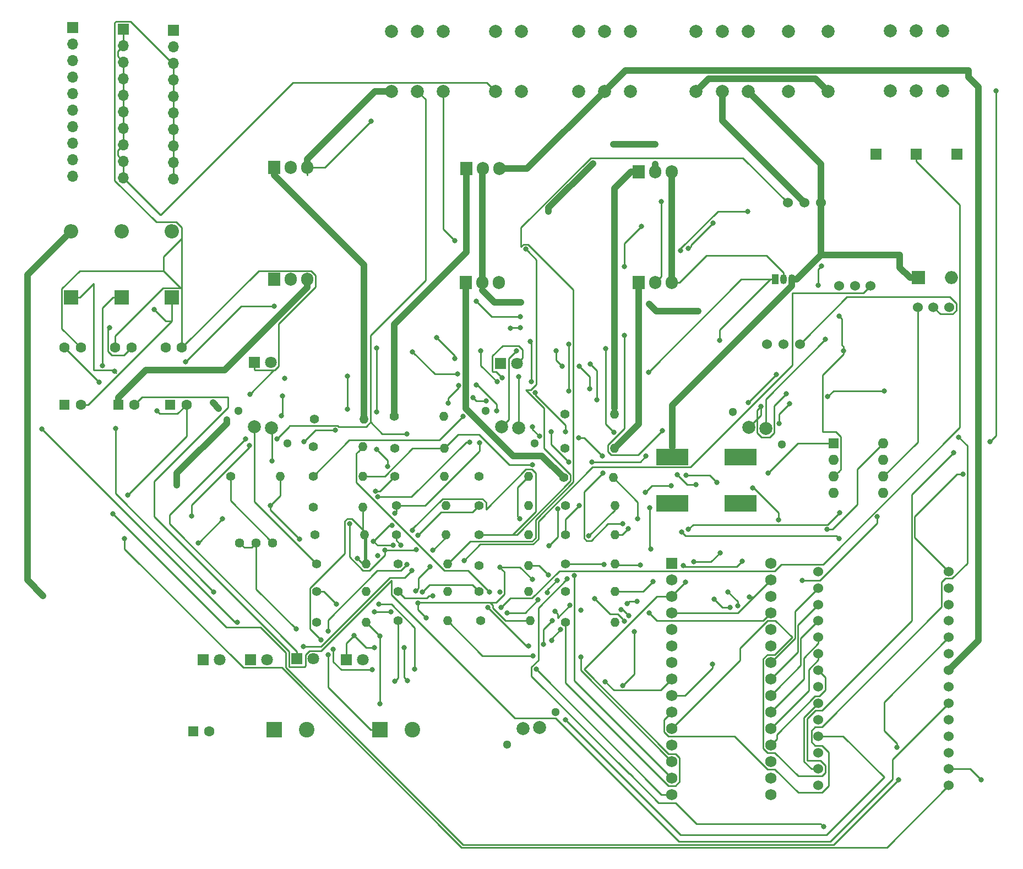
<source format=gbr>
G04 #@! TF.GenerationSoftware,KiCad,Pcbnew,5.1.5-52549c5~84~ubuntu19.04.1*
G04 #@! TF.CreationDate,2020-02-13T11:45:51+01:00*
G04 #@! TF.ProjectId,laborBerlin,6c61626f-7242-4657-926c-696e2e6b6963,rev?*
G04 #@! TF.SameCoordinates,Original*
G04 #@! TF.FileFunction,Copper,L1,Top*
G04 #@! TF.FilePolarity,Positive*
%FSLAX46Y46*%
G04 Gerber Fmt 4.6, Leading zero omitted, Abs format (unit mm)*
G04 Created by KiCad (PCBNEW 5.1.5-52549c5~84~ubuntu19.04.1) date 2020-02-13 11:45:51*
%MOMM*%
%LPD*%
G04 APERTURE LIST*
%ADD10R,1.700000X1.700000*%
%ADD11R,1.727200X1.727200*%
%ADD12C,1.727200*%
%ADD13C,1.300000*%
%ADD14C,2.000000*%
%ADD15O,1.600000X1.600000*%
%ADD16R,1.600000X1.600000*%
%ADD17R,1.050000X1.500000*%
%ADD18O,1.050000X1.500000*%
%ADD19C,1.524000*%
%ADD20C,1.440000*%
%ADD21O,1.400000X1.400000*%
%ADD22C,1.400000*%
%ADD23O,1.905000X2.000000*%
%ADD24R,1.905000X2.000000*%
%ADD25R,5.000000X2.500000*%
%ADD26O,1.700000X1.700000*%
%ADD27C,1.800000*%
%ADD28R,1.800000X1.800000*%
%ADD29O,2.200000X2.200000*%
%ADD30R,2.200000X2.200000*%
%ADD31O,2.000000X2.000000*%
%ADD32R,2.000000X2.000000*%
%ADD33C,2.400000*%
%ADD34R,2.400000X2.400000*%
%ADD35C,1.600000*%
%ADD36C,0.800000*%
%ADD37C,0.250000*%
%ADD38C,1.000000*%
G04 APERTURE END LIST*
D10*
X205200000Y-37500000D03*
X198975000Y-37500000D03*
X192750000Y-37500000D03*
D11*
X161380000Y-100380000D03*
D12*
X161380000Y-102920000D03*
X161380000Y-105460000D03*
X161380000Y-108000000D03*
X161380000Y-110540000D03*
X161380000Y-113080000D03*
X161380000Y-115620000D03*
X161380000Y-118160000D03*
X161380000Y-120700000D03*
X161380000Y-123240000D03*
X161380000Y-125780000D03*
X161380000Y-128320000D03*
X161380000Y-130860000D03*
X161380000Y-133400000D03*
X161380000Y-135940000D03*
X176620000Y-135940000D03*
X176620000Y-133400000D03*
X176620000Y-130860000D03*
X176620000Y-128320000D03*
X176620000Y-125780000D03*
X176620000Y-123240000D03*
X176620000Y-120700000D03*
X176620000Y-118160000D03*
X176620000Y-115620000D03*
X176620000Y-113080000D03*
X176620000Y-110540000D03*
X176620000Y-108000000D03*
X176620000Y-105460000D03*
X176620000Y-102920000D03*
X176620000Y-100380000D03*
D13*
X136000000Y-128250000D03*
X143500000Y-123250000D03*
D14*
X138450000Y-125850000D03*
X141050000Y-125650000D03*
D13*
X178250000Y-82100000D03*
X170750000Y-77100000D03*
D14*
X175800000Y-79700000D03*
X173200000Y-79500000D03*
D13*
X140250000Y-82000000D03*
X132750000Y-77000000D03*
D14*
X137800000Y-79600000D03*
X135200000Y-79400000D03*
X169100000Y-27850000D03*
X169100000Y-18650000D03*
X165100000Y-27850000D03*
X173100000Y-27850000D03*
X165100000Y-18650000D03*
X173100000Y-18650000D03*
D13*
X102250000Y-82000000D03*
X94750000Y-77000000D03*
D14*
X99800000Y-79600000D03*
X97200000Y-79400000D03*
X151000000Y-27850000D03*
X151000000Y-18650000D03*
X147000000Y-27850000D03*
X155000000Y-27850000D03*
X147000000Y-18650000D03*
X155000000Y-18650000D03*
D15*
X193870000Y-82000000D03*
X186250000Y-89620000D03*
X193870000Y-84540000D03*
X186250000Y-87080000D03*
X193870000Y-87080000D03*
X186250000Y-84540000D03*
X193870000Y-89620000D03*
D16*
X186250000Y-82000000D03*
D17*
X177250000Y-56750000D03*
D18*
X179790000Y-56750000D03*
X178520000Y-56750000D03*
D14*
X122250000Y-27850000D03*
X122250000Y-18650000D03*
X118250000Y-27850000D03*
X126250000Y-27850000D03*
X118250000Y-18650000D03*
X126250000Y-18650000D03*
X134250000Y-27850000D03*
X138250000Y-27850000D03*
X134250000Y-18650000D03*
X138250000Y-18650000D03*
X198975000Y-27750000D03*
X198975000Y-18550000D03*
X194975000Y-27750000D03*
X202975000Y-27750000D03*
X194975000Y-18550000D03*
X202975000Y-18550000D03*
D19*
X203950000Y-116860000D03*
X203950000Y-106730000D03*
X203950000Y-132040000D03*
X203950000Y-119390000D03*
X203950000Y-101650000D03*
X203950000Y-109240000D03*
X203950000Y-129540000D03*
X203950000Y-114320000D03*
X203950000Y-121930000D03*
X203950000Y-104190000D03*
X203950000Y-134580000D03*
X203950000Y-111780000D03*
X203950000Y-127010000D03*
X203950000Y-124470000D03*
X183900000Y-134580000D03*
X183900000Y-132040000D03*
X183900000Y-129540000D03*
X183900000Y-127010000D03*
X183900000Y-124470000D03*
X183900000Y-121930000D03*
X183900000Y-119390000D03*
X183900000Y-116860000D03*
X183900000Y-114320000D03*
X183900000Y-111780000D03*
X183900000Y-109240000D03*
X183900000Y-104190000D03*
X183900000Y-101650000D03*
X183900000Y-106730000D03*
D20*
X94920000Y-97250000D03*
X97460000Y-97250000D03*
X100000000Y-97250000D03*
D21*
X139370000Y-96000000D03*
D22*
X131750000Y-96000000D03*
D21*
X126370000Y-82750000D03*
D22*
X118750000Y-82750000D03*
D21*
X139620000Y-109250000D03*
D22*
X132000000Y-109250000D03*
D21*
X126370000Y-87000000D03*
D22*
X118750000Y-87000000D03*
D21*
X114370000Y-104750000D03*
D22*
X106750000Y-104750000D03*
D21*
X101120000Y-87000000D03*
D22*
X93500000Y-87000000D03*
D21*
X126620000Y-96000000D03*
D22*
X119000000Y-96000000D03*
D21*
X126620000Y-91500000D03*
D22*
X119000000Y-91500000D03*
D21*
X152620000Y-104750000D03*
D22*
X145000000Y-104750000D03*
D21*
X139370000Y-100750000D03*
D22*
X131750000Y-100750000D03*
D21*
X139370000Y-104750000D03*
D22*
X131750000Y-104750000D03*
D21*
X152620000Y-100500000D03*
D22*
X145000000Y-100500000D03*
D21*
X139370000Y-91500000D03*
D22*
X131750000Y-91500000D03*
D21*
X152620000Y-96000000D03*
D22*
X145000000Y-96000000D03*
D21*
X152620000Y-109500000D03*
D22*
X145000000Y-109500000D03*
D21*
X126870000Y-104750000D03*
D22*
X119250000Y-104750000D03*
D21*
X152620000Y-91500000D03*
D22*
X145000000Y-91500000D03*
D21*
X113870000Y-91750000D03*
D22*
X106250000Y-91750000D03*
D21*
X113870000Y-87000000D03*
D22*
X106250000Y-87000000D03*
D21*
X152370000Y-87250000D03*
D22*
X144750000Y-87250000D03*
D21*
X126870000Y-100500000D03*
D22*
X119250000Y-100500000D03*
D21*
X126320000Y-77800000D03*
D22*
X118700000Y-77800000D03*
D21*
X139370000Y-87000000D03*
D22*
X131750000Y-87000000D03*
D21*
X126870000Y-109250000D03*
D22*
X119250000Y-109250000D03*
D21*
X152520000Y-82700000D03*
D22*
X144900000Y-82700000D03*
D21*
X113870000Y-82500000D03*
D22*
X106250000Y-82500000D03*
D21*
X114370000Y-100500000D03*
D22*
X106750000Y-100500000D03*
D21*
X114120000Y-96000000D03*
D22*
X106500000Y-96000000D03*
D21*
X114020000Y-78200000D03*
D22*
X106400000Y-78200000D03*
D21*
X114370000Y-109500000D03*
D22*
X106750000Y-109500000D03*
D21*
X152520000Y-77500000D03*
D22*
X144900000Y-77500000D03*
D19*
X191900000Y-57750000D03*
X189500000Y-57750000D03*
X187100000Y-57750000D03*
X204000000Y-61006000D03*
X199200000Y-61006000D03*
X201600000Y-61032000D03*
D23*
X134780000Y-57200000D03*
X132240000Y-57200000D03*
D24*
X129700000Y-57200000D03*
D23*
X134830000Y-39750000D03*
X132290000Y-39750000D03*
D24*
X129750000Y-39750000D03*
D23*
X105330000Y-56750000D03*
X102790000Y-56750000D03*
D24*
X100250000Y-56750000D03*
D23*
X161330000Y-57250000D03*
X158790000Y-57250000D03*
D24*
X156250000Y-57250000D03*
D23*
X105330000Y-39500000D03*
X102790000Y-39500000D03*
D24*
X100250000Y-39500000D03*
D23*
X161330000Y-40250000D03*
X158790000Y-40250000D03*
D24*
X156250000Y-40250000D03*
D19*
X184290000Y-45000000D03*
X181750000Y-45000000D03*
X179210000Y-45000000D03*
D25*
X171950000Y-84050000D03*
X161450000Y-91150000D03*
X161450000Y-84050000D03*
X171950000Y-91150000D03*
D26*
X84750000Y-41360000D03*
X84750000Y-38820000D03*
X84750000Y-36280000D03*
X84750000Y-33740000D03*
X84750000Y-31200000D03*
X84750000Y-28660000D03*
X84750000Y-26120000D03*
X84750000Y-23580000D03*
X84750000Y-21040000D03*
D10*
X84750000Y-18500000D03*
D26*
X77000000Y-41110000D03*
X77000000Y-38570000D03*
X77000000Y-36030000D03*
X77000000Y-33490000D03*
X77000000Y-30950000D03*
X77000000Y-28410000D03*
X77000000Y-25870000D03*
X77000000Y-23330000D03*
X77000000Y-20790000D03*
D10*
X77000000Y-18250000D03*
D26*
X69250000Y-40860000D03*
X69250000Y-38320000D03*
X69250000Y-35780000D03*
X69250000Y-33240000D03*
X69250000Y-30700000D03*
X69250000Y-28160000D03*
X69250000Y-25620000D03*
X69250000Y-23080000D03*
X69250000Y-20540000D03*
D10*
X69250000Y-18000000D03*
D14*
X179325000Y-18650000D03*
X179325000Y-27850000D03*
X185400000Y-18650000D03*
X185400000Y-27850000D03*
D19*
X181040000Y-66706000D03*
X175960000Y-66706000D03*
X178500000Y-66732000D03*
D27*
X91840000Y-115200000D03*
D28*
X89300000Y-115200000D03*
D27*
X113840000Y-115200000D03*
D28*
X111300000Y-115200000D03*
D27*
X106240000Y-115100000D03*
D28*
X103700000Y-115100000D03*
D27*
X99140000Y-115200000D03*
D28*
X96600000Y-115200000D03*
D29*
X76750000Y-49340000D03*
D30*
X76750000Y-59500000D03*
D29*
X84500000Y-49340000D03*
D30*
X84500000Y-59500000D03*
D31*
X204330000Y-56500000D03*
D32*
X199250000Y-56500000D03*
D29*
X69000000Y-49340000D03*
D30*
X69000000Y-59500000D03*
D27*
X137540000Y-69700000D03*
D28*
X135000000Y-69700000D03*
D27*
X99700000Y-69500000D03*
D28*
X97160000Y-69500000D03*
D33*
X121500000Y-126000000D03*
D34*
X116500000Y-126000000D03*
D35*
X86000000Y-67250000D03*
X83500000Y-67250000D03*
D33*
X105250000Y-126000000D03*
D34*
X100250000Y-126000000D03*
D35*
X70500000Y-67250000D03*
X68000000Y-67250000D03*
X70500000Y-76000000D03*
D16*
X68000000Y-76000000D03*
D35*
X86750000Y-76000000D03*
D16*
X84250000Y-76000000D03*
D35*
X78750000Y-76000000D03*
D16*
X76250000Y-76000000D03*
D35*
X90250000Y-126250000D03*
D16*
X87750000Y-126250000D03*
D35*
X78250000Y-67250000D03*
X75750000Y-67250000D03*
D36*
X74900000Y-64200000D03*
X64495032Y-79797293D03*
X94527180Y-109500000D03*
X145000000Y-124500000D03*
X185000000Y-66000000D03*
X115100000Y-32400000D03*
X96500000Y-74400000D03*
X101500000Y-74700000D03*
X101300000Y-77700000D03*
X173300000Y-105600000D03*
X156500000Y-100700000D03*
X131800000Y-81900000D03*
X99900000Y-84700011D03*
X118800000Y-92700000D03*
X142400000Y-102200000D03*
X143700000Y-102999999D03*
X142187347Y-104887347D03*
X115500000Y-97000000D03*
X118500000Y-97600000D03*
X118305001Y-94600000D03*
X137800000Y-71700000D03*
X64699981Y-105384983D03*
X116500000Y-122000000D03*
X165100000Y-88300000D03*
X162200000Y-86800000D03*
X116500000Y-111630000D03*
X140000000Y-114600000D03*
X73800000Y-70000000D03*
X142400000Y-46300000D03*
X149300000Y-39000000D03*
X152400000Y-36000000D03*
X158800000Y-36000000D03*
X86750000Y-76000000D03*
X77700000Y-89900000D03*
X75400000Y-92800000D03*
X196200000Y-133700000D03*
X196000000Y-128700000D03*
X75703032Y-70903032D03*
X82200000Y-77000000D03*
X81800000Y-61400000D03*
X211200000Y-27800000D03*
X210300000Y-81700000D03*
X206100000Y-86700000D03*
X159700000Y-44800000D03*
X119700000Y-97600000D03*
X117653846Y-85553846D03*
X116000000Y-82900000D03*
X130800000Y-74900000D03*
X132800000Y-75400000D03*
X140343154Y-74156846D03*
X145000000Y-80200000D03*
X147000000Y-81100000D03*
X150700000Y-83900000D03*
X150800000Y-86500000D03*
X153799924Y-94330478D03*
X130300000Y-81800000D03*
X137500000Y-67700000D03*
X154100000Y-54800000D03*
X156700000Y-48600000D03*
X162700000Y-52300000D03*
X173000000Y-46300000D03*
X184400000Y-54700000D03*
X183900000Y-57700000D03*
X187100000Y-62400000D03*
X187800000Y-67700000D03*
X205500000Y-81000000D03*
X117249999Y-98400000D03*
X122100000Y-98300000D03*
X124619999Y-98400000D03*
X115800000Y-89300000D03*
X111787347Y-94287347D03*
X116100000Y-90200000D03*
X185200000Y-95200000D03*
X73300000Y-72600000D03*
X75800000Y-79700000D03*
X90900000Y-104800000D03*
X109800000Y-106700000D03*
X115600000Y-107900000D03*
X118200000Y-107900000D03*
X136000000Y-108000000D03*
X140800000Y-106000000D03*
X153800000Y-119200000D03*
X155600000Y-110900000D03*
X154100000Y-109300000D03*
X143387347Y-107787347D03*
X145675000Y-106875000D03*
X149500000Y-105872347D03*
X157800000Y-71000000D03*
X148700000Y-73600000D03*
X147100000Y-70100000D03*
X168700000Y-66100000D03*
X143600000Y-67700000D03*
X144500000Y-70100000D03*
X116000000Y-77100000D03*
X116000000Y-67300000D03*
X131300000Y-60100000D03*
X138100000Y-62500000D03*
X157900000Y-60500000D03*
X165400000Y-61600000D03*
X101850000Y-71950000D03*
X90700000Y-75700000D03*
X91700000Y-76600000D03*
X92900000Y-78300000D03*
X85256846Y-88356846D03*
X108500000Y-114500000D03*
X103600000Y-110500000D03*
X138175000Y-60300000D03*
X132300000Y-50200000D03*
X125200000Y-65700000D03*
X128000000Y-68900000D03*
X148800000Y-69800000D03*
X149800000Y-75300000D03*
X111500000Y-76700000D03*
X111500000Y-71600000D03*
X121500000Y-67900000D03*
X128400000Y-71300000D03*
X135300000Y-71900000D03*
X118800000Y-118500000D03*
X122300000Y-96100000D03*
X121400000Y-101500010D03*
X104700000Y-113200000D03*
X120600000Y-80500000D03*
X127000000Y-75800000D03*
X128600000Y-73100000D03*
X134400000Y-77000000D03*
X145500010Y-73900000D03*
X145500010Y-66700000D03*
X151223848Y-67423848D03*
X152438846Y-80238846D03*
X158000000Y-91900000D03*
X158100000Y-98200000D03*
X167837347Y-105937347D03*
X170300000Y-107200000D03*
X167600000Y-115900000D03*
X95800000Y-81300000D03*
X100625000Y-81300000D03*
X131300000Y-73000000D03*
X128000000Y-50800000D03*
X138900000Y-52100000D03*
X121500000Y-95300000D03*
X120600000Y-100600000D03*
X108500000Y-110800000D03*
X112500000Y-111500000D03*
X151100000Y-118600000D03*
X120700000Y-118425000D03*
X120200000Y-113400000D03*
X115600000Y-113400000D03*
X99600000Y-91500000D03*
X92300000Y-93600000D03*
X88500000Y-97300000D03*
X150900000Y-100600000D03*
X104100000Y-96700000D03*
X179500000Y-75900000D03*
X177900000Y-78900000D03*
X167700000Y-48100000D03*
X163900000Y-52000000D03*
X157900000Y-108000000D03*
X156025000Y-106300000D03*
X147400000Y-107600000D03*
X143000000Y-109200000D03*
X141600000Y-112900000D03*
X154497347Y-106597347D03*
X122300000Y-106500001D03*
X122010048Y-104658579D03*
X124200000Y-100900000D03*
X113039152Y-99660848D03*
X116130848Y-99230848D03*
X107402643Y-112202643D03*
X109300000Y-113600000D03*
X115300000Y-116800000D03*
X123600000Y-108800000D03*
X134900000Y-101000000D03*
X139900000Y-102900000D03*
X139909808Y-85251576D03*
X135100000Y-107175000D03*
X124612653Y-105387347D03*
X152520000Y-82700000D03*
X86600000Y-69400000D03*
X100200000Y-60900000D03*
X129400000Y-100000000D03*
X123000000Y-104800000D03*
X133100000Y-107175000D03*
X139300000Y-113100000D03*
X142900000Y-112300000D03*
X144275000Y-110602547D03*
X153597347Y-107497347D03*
X154722653Y-108422653D03*
X170000000Y-104800000D03*
X171500000Y-106900000D03*
X181400000Y-103000000D03*
X192940154Y-93240154D03*
X77200000Y-96600000D03*
X87500000Y-93100000D03*
X96400000Y-82300000D03*
X104800000Y-81700000D03*
X109600000Y-79950001D03*
X140500000Y-116700000D03*
X121800000Y-116700000D03*
X116300000Y-106700000D03*
X147400000Y-114800000D03*
X134900000Y-104800000D03*
X133317002Y-104800000D03*
X143834076Y-92075000D03*
X142500000Y-97675000D03*
X145300000Y-102800000D03*
X184700000Y-140900000D03*
X208900000Y-133700000D03*
X187100000Y-96600000D03*
X162900000Y-95600000D03*
X138000000Y-93600000D03*
X139954433Y-79454433D03*
X141016731Y-80900000D03*
X142800846Y-80200846D03*
X145500010Y-84800000D03*
X149075000Y-84800000D03*
X157400000Y-83900000D03*
X173104848Y-75704848D03*
X177400000Y-71400000D03*
X187200000Y-92600000D03*
X163900000Y-95200000D03*
X156100000Y-93600000D03*
X154054433Y-65354433D03*
X159900000Y-80000000D03*
X175075000Y-76300000D03*
X204700000Y-83400000D03*
X194000000Y-73900000D03*
X185300000Y-74800000D03*
X179000000Y-74300000D03*
X139800000Y-72500000D03*
X139625000Y-66300000D03*
X138100000Y-64200000D03*
X136562653Y-64237347D03*
X132000000Y-67700001D03*
X134500000Y-72500000D03*
X129300000Y-77774999D03*
X146400000Y-102300000D03*
X148600000Y-96200000D03*
X154673848Y-95073848D03*
X147149999Y-91500000D03*
X157275000Y-89500000D03*
X161300000Y-88475001D03*
X163550001Y-86900000D03*
X168300000Y-88000000D03*
X173800000Y-88800000D03*
X177800000Y-93700000D03*
X172200000Y-100100000D03*
X163115547Y-100759148D03*
X163500000Y-103300000D03*
X176200000Y-86500000D03*
X168800000Y-98800000D03*
X164700000Y-100200000D03*
X158500000Y-103200000D03*
D37*
X78250000Y-67250000D02*
X77124999Y-68375001D01*
X77124999Y-68375001D02*
X75209999Y-68375001D01*
X75209999Y-68375001D02*
X74624999Y-67790001D01*
X74624999Y-67790001D02*
X74624999Y-64475001D01*
X74624999Y-64475001D02*
X74900000Y-64200000D01*
X64495032Y-79797293D02*
X94197739Y-109500000D01*
X94197739Y-109500000D02*
X94527180Y-109500000D01*
X145000000Y-124500000D02*
X162700000Y-142200000D01*
X162700000Y-142200000D02*
X185100000Y-142200000D01*
X185100000Y-142200000D02*
X194000000Y-133300000D01*
X187710000Y-127010000D02*
X183900000Y-127010000D01*
X194000000Y-133300000D02*
X187710000Y-127010000D01*
D38*
X161330000Y-57250000D02*
X161330000Y-40250000D01*
X116835787Y-27850000D02*
X118250000Y-27850000D01*
X105330000Y-38250000D02*
X115730000Y-27850000D01*
X115730000Y-27850000D02*
X116835787Y-27850000D01*
X105330000Y-39500000D02*
X105330000Y-38250000D01*
D37*
X105330000Y-39500000D02*
X105330000Y-40750000D01*
X162532500Y-57250000D02*
X166682500Y-53100000D01*
X161330000Y-57250000D02*
X162532500Y-57250000D01*
X178520000Y-55750000D02*
X178520000Y-56750000D01*
X175870000Y-53100000D02*
X178520000Y-55750000D01*
X166682500Y-53100000D02*
X175870000Y-53100000D01*
X175800000Y-75200000D02*
X175800000Y-79700000D01*
X185000000Y-66000000D02*
X175800000Y-75200000D01*
X105330000Y-39500000D02*
X108000000Y-39500000D01*
X108000000Y-39500000D02*
X115100000Y-32400000D01*
X85184001Y-47914999D02*
X86000000Y-48730998D01*
X78110001Y-17074999D02*
X75889999Y-17074999D01*
X75699991Y-41548993D02*
X82065997Y-47914999D01*
X75699991Y-17265007D02*
X75699991Y-41548993D01*
X84750000Y-23714998D02*
X78110001Y-17074999D01*
X86000000Y-66118630D02*
X86000000Y-67250000D01*
X82065997Y-47914999D02*
X85184001Y-47914999D01*
X75889999Y-17074999D02*
X75699991Y-17265007D01*
X84750000Y-41360000D02*
X84750000Y-23714998D01*
X75750000Y-65464998D02*
X75750000Y-66118630D01*
X75750000Y-66118630D02*
X75750000Y-67250000D01*
X83209992Y-55424990D02*
X85860001Y-58074999D01*
X70290008Y-55424990D02*
X83209992Y-55424990D01*
X67574999Y-58139999D02*
X70290008Y-55424990D01*
X83139999Y-58074999D02*
X75750000Y-65464998D01*
X85860001Y-58074999D02*
X83139999Y-58074999D01*
X67574999Y-64324999D02*
X67574999Y-58139999D01*
X70500000Y-67250000D02*
X67574999Y-64324999D01*
X97160000Y-70650000D02*
X97160000Y-69500000D01*
X100925001Y-70088001D02*
X100288001Y-70725001D01*
X100925001Y-63571739D02*
X100925001Y-70088001D01*
X97235001Y-70725001D02*
X97160000Y-70650000D01*
X100288001Y-70725001D02*
X97235001Y-70725001D01*
X106607510Y-57889230D02*
X100925001Y-63571739D01*
X106607510Y-56173339D02*
X106607510Y-57889230D01*
X105859170Y-55424999D02*
X106607510Y-56173339D01*
X97825001Y-55424999D02*
X105859170Y-55424999D01*
X86000000Y-67250000D02*
X97825001Y-55424999D01*
X83209992Y-53290008D02*
X86000000Y-50500000D01*
X83209992Y-55424990D02*
X83209992Y-53290008D01*
X86000000Y-48730998D02*
X86000000Y-50500000D01*
X86000000Y-50500000D02*
X86000000Y-66118630D01*
X100288001Y-70725001D02*
X100174999Y-70725001D01*
X100174999Y-70725001D02*
X96500000Y-74400000D01*
X101500000Y-74700000D02*
X101500000Y-77500000D01*
X101500000Y-77500000D02*
X101300000Y-77700000D01*
X173940000Y-105600000D02*
X176620000Y-102920000D01*
X173300000Y-105600000D02*
X173940000Y-105600000D01*
X182822370Y-132040000D02*
X181700000Y-130917630D01*
X183900000Y-132040000D02*
X182822370Y-132040000D01*
X181700000Y-124130000D02*
X183900000Y-121930000D01*
X181700000Y-130917630D02*
X181700000Y-124130000D01*
X171540000Y-108000000D02*
X176620000Y-102920000D01*
X161380000Y-108000000D02*
X171540000Y-108000000D01*
X152820000Y-100700000D02*
X152620000Y-100500000D01*
X156500000Y-100700000D02*
X152820000Y-100700000D01*
X123387002Y-91500000D02*
X119989949Y-91500000D01*
X119989949Y-91500000D02*
X119000000Y-91500000D01*
X99900000Y-79700000D02*
X99800000Y-79600000D01*
X99900000Y-84700011D02*
X99900000Y-79700000D01*
X119000000Y-91500000D02*
X119000000Y-92500000D01*
X119000000Y-92500000D02*
X118800000Y-92700000D01*
X139370000Y-100750000D02*
X140950000Y-100750000D01*
X140950000Y-100750000D02*
X142400000Y-102200000D01*
X143700000Y-102999999D02*
X142187347Y-104512652D01*
X142187347Y-104512652D02*
X142187347Y-104887347D01*
X137500000Y-79300000D02*
X137800000Y-79600000D01*
X115500000Y-97000000D02*
X116100000Y-97600000D01*
X116100000Y-97600000D02*
X118500000Y-97600000D01*
X131800000Y-83087002D02*
X131800000Y-81900000D01*
X131693501Y-83193501D02*
X131800000Y-83087002D01*
X131693501Y-83193501D02*
X123387002Y-91500000D01*
X115500000Y-97000000D02*
X117900000Y-94600000D01*
X117900000Y-94600000D02*
X118305001Y-94600000D01*
X137800000Y-79600000D02*
X137800000Y-71700000D01*
D38*
X184290000Y-39040000D02*
X184290000Y-45000000D01*
X173100000Y-27850000D02*
X184290000Y-39040000D01*
X180565000Y-56750000D02*
X179790000Y-56750000D01*
X184290000Y-53025000D02*
X180565000Y-56750000D01*
X184290000Y-45000000D02*
X184290000Y-53025000D01*
X184290000Y-53025000D02*
X196425000Y-53025000D01*
X198000000Y-56500000D02*
X199250000Y-56500000D01*
X196425000Y-54925000D02*
X198000000Y-56500000D01*
X196425000Y-53025000D02*
X196425000Y-54925000D01*
D37*
X161450000Y-82550000D02*
X161450000Y-84050000D01*
D38*
X161450000Y-76090000D02*
X161450000Y-82550000D01*
X179790000Y-57750000D02*
X161450000Y-76090000D01*
X179790000Y-56750000D02*
X179790000Y-57750000D01*
X69000000Y-49340000D02*
X62300000Y-56040000D01*
X62300000Y-56040000D02*
X62300000Y-102985002D01*
X62300000Y-102985002D02*
X64699981Y-105384983D01*
D37*
X116500000Y-111630000D02*
X114370000Y-109500000D01*
X116500000Y-122000000D02*
X116500000Y-111630000D01*
X165100000Y-88300000D02*
X163700000Y-88300000D01*
X163700000Y-88300000D02*
X162200000Y-86800000D01*
X126870000Y-109250000D02*
X132220000Y-114600000D01*
X132220000Y-114600000D02*
X140000000Y-114600000D01*
X73800000Y-61100000D02*
X75400000Y-59500000D01*
X75400000Y-59500000D02*
X76750000Y-59500000D01*
X73800000Y-70000000D02*
X73800000Y-61100000D01*
X143508001Y-124225001D02*
X162483000Y-143200000D01*
X137207999Y-124225001D02*
X143508001Y-124225001D01*
X118224999Y-103042003D02*
X118224999Y-105242001D01*
X105651999Y-113874999D02*
X107392003Y-113874999D01*
X102539999Y-116325001D02*
X104860001Y-116325001D01*
X104860001Y-116325001D02*
X105014999Y-116170003D01*
X118224999Y-105242001D02*
X137207999Y-124225001D01*
X78750000Y-76000000D02*
X79875001Y-74874999D01*
X81749991Y-93214991D02*
X102474999Y-113939999D01*
X105014999Y-114511999D02*
X105651999Y-113874999D01*
X102474999Y-113939999D02*
X102474999Y-116260001D01*
X105014999Y-116170003D02*
X105014999Y-114511999D01*
X107392003Y-113874999D02*
X118224999Y-103042003D01*
X79875001Y-74874999D02*
X93131999Y-74874999D01*
X102474999Y-116260001D02*
X102539999Y-116325001D01*
X162483000Y-143200000D02*
X185700000Y-143200000D01*
X185700000Y-143200000D02*
X195300000Y-133600000D01*
X195300000Y-130580000D02*
X203950000Y-121930000D01*
X195300000Y-133600000D02*
X195300000Y-130580000D01*
X93131999Y-74874999D02*
X93131999Y-76468001D01*
X93131999Y-76468001D02*
X81800000Y-87800000D01*
X81800000Y-88600000D02*
X81749991Y-93214991D01*
X81800000Y-88600000D02*
X81800000Y-87800000D01*
D38*
X158790000Y-39000000D02*
X158790000Y-40250000D01*
D37*
X158714999Y-38924999D02*
X158790000Y-39000000D01*
D38*
X142400000Y-45734315D02*
X149209316Y-38924999D01*
X142400000Y-46300000D02*
X142400000Y-45734315D01*
X105330000Y-58000000D02*
X92630000Y-70700000D01*
X105330000Y-56750000D02*
X105330000Y-58000000D01*
X76250000Y-74950000D02*
X76250000Y-76000000D01*
X80500000Y-70700000D02*
X76250000Y-74950000D01*
X92630000Y-70700000D02*
X80500000Y-70700000D01*
D37*
X149209316Y-38924999D02*
X149224999Y-38924999D01*
X149224999Y-38924999D02*
X149300000Y-39000000D01*
D38*
X152400000Y-36000000D02*
X158800000Y-36000000D01*
D37*
X70350000Y-59500000D02*
X72450000Y-57400000D01*
X69000000Y-59500000D02*
X70350000Y-59500000D01*
X75525001Y-70725001D02*
X75897480Y-71097480D01*
X72498003Y-70725001D02*
X75525001Y-70725001D01*
X72450000Y-70676998D02*
X72498003Y-70725001D01*
X72450000Y-57400000D02*
X72450000Y-70676998D01*
X86750000Y-76000000D02*
X86750000Y-80850000D01*
X86750000Y-80850000D02*
X77700000Y-89900000D01*
X186249991Y-143650009D02*
X196200000Y-133700000D01*
X129228597Y-143650009D02*
X186249991Y-143650009D01*
X75400000Y-92800000D02*
X92825001Y-110225001D01*
X98123591Y-110225001D02*
X102024989Y-114126399D01*
X102024989Y-114126399D02*
X102024990Y-116446402D01*
X92825001Y-110225001D02*
X98123591Y-110225001D01*
X102024990Y-116446402D02*
X129228597Y-143650009D01*
X196000000Y-128134315D02*
X194000000Y-126134315D01*
X196000000Y-128700000D02*
X196000000Y-128134315D01*
X194000000Y-121730000D02*
X203950000Y-111780000D01*
X194000000Y-126134315D02*
X194000000Y-121730000D01*
X75897480Y-71097480D02*
X75703032Y-70903032D01*
X82599999Y-77399999D02*
X85350001Y-77399999D01*
X82200000Y-77000000D02*
X82599999Y-77399999D01*
X85350001Y-77399999D02*
X86750000Y-76000000D01*
D38*
X139100000Y-39750000D02*
X151000000Y-27850000D01*
X134830000Y-39750000D02*
X139100000Y-39750000D01*
X160211002Y-24600000D02*
X207000000Y-24600000D01*
X207000000Y-25686002D02*
X208500000Y-27186002D01*
X207000000Y-24600000D02*
X207000000Y-25686002D01*
X208500000Y-112310000D02*
X203950000Y-116860000D01*
X208500000Y-27186002D02*
X208500000Y-112310000D01*
X154250000Y-24600000D02*
X151000000Y-27850000D01*
X160211002Y-24600000D02*
X154250000Y-24600000D01*
D37*
X71631370Y-76000000D02*
X70500000Y-76000000D01*
X84500000Y-63131370D02*
X71631370Y-76000000D01*
X84500000Y-59500000D02*
X84500000Y-63131370D01*
X84500000Y-63131370D02*
X83531370Y-63131370D01*
X83531370Y-63131370D02*
X81800000Y-61400000D01*
X211200000Y-27800000D02*
X211200000Y-80800000D01*
X211200000Y-80800000D02*
X210300000Y-81700000D01*
X206100000Y-86700000D02*
X205200000Y-86700000D01*
X205200000Y-86700000D02*
X198700000Y-93200000D01*
X198700000Y-96400000D02*
X203950000Y-101650000D01*
X198700000Y-93200000D02*
X198700000Y-96400000D01*
X159700000Y-56340000D02*
X158790000Y-57250000D01*
X159700000Y-44800000D02*
X159700000Y-56340000D01*
X119000000Y-96000000D02*
X119000000Y-96900000D01*
X119000000Y-96900000D02*
X119700000Y-97600000D01*
X117653846Y-84553846D02*
X117653846Y-85553846D01*
X116000000Y-82900000D02*
X117653846Y-84553846D01*
X131300000Y-75400000D02*
X130800000Y-74900000D01*
X132800000Y-75400000D02*
X131300000Y-75400000D01*
X145000000Y-79202588D02*
X140343154Y-74545742D01*
X145000000Y-80200000D02*
X145000000Y-79202588D01*
X140343154Y-74545742D02*
X140343154Y-74156846D01*
X147900000Y-81100000D02*
X147000000Y-81100000D01*
X150700000Y-83900000D02*
X147900000Y-81100000D01*
X147874999Y-96548001D02*
X147874999Y-89425001D01*
X148251999Y-96925001D02*
X147874999Y-96548001D01*
X148948001Y-96925001D02*
X148251999Y-96925001D01*
X153799924Y-94330478D02*
X151542524Y-94330478D01*
X151542524Y-94330478D02*
X148948001Y-96925001D01*
X147874999Y-89425001D02*
X150800000Y-86500000D01*
X121334315Y-90200000D02*
X116900000Y-90200000D01*
X130300000Y-81800000D02*
X129734315Y-81800000D01*
X129734315Y-81800000D02*
X121334315Y-90200000D01*
X184421761Y-135667001D02*
X185437010Y-134651752D01*
X137500000Y-67700000D02*
X136314999Y-68885001D01*
X136314999Y-68885001D02*
X136314999Y-78285001D01*
X136314999Y-78285001D02*
X136199999Y-78400001D01*
X136199999Y-78400001D02*
X135200000Y-79400000D01*
X154100000Y-51200000D02*
X154100000Y-54800000D01*
X156700000Y-48600000D02*
X154100000Y-51200000D01*
X168426998Y-46300000D02*
X162700000Y-52026998D01*
X173000000Y-46300000D02*
X168426998Y-46300000D01*
X162700000Y-52026998D02*
X162700000Y-52300000D01*
X183900000Y-55200000D02*
X184400000Y-54700000D01*
X183900000Y-57700000D02*
X183900000Y-55200000D01*
X187500000Y-62800000D02*
X187100000Y-62400000D01*
X187500000Y-66834315D02*
X187500000Y-62800000D01*
X187800000Y-67700000D02*
X187800000Y-67134315D01*
X187800000Y-67134315D02*
X187500000Y-66834315D01*
X203428239Y-102737001D02*
X204471761Y-102737001D01*
X206825001Y-82325001D02*
X205500000Y-81000000D01*
X184421761Y-125557001D02*
X202862999Y-107115763D01*
X183378239Y-125557001D02*
X184421761Y-125557001D01*
X206825001Y-100383761D02*
X206825001Y-82325001D01*
X160191399Y-124428601D02*
X160191399Y-126350529D01*
X182812999Y-126122241D02*
X183378239Y-125557001D01*
X182812999Y-127887759D02*
X182812999Y-126122241D01*
X183378239Y-128452999D02*
X182812999Y-127887759D01*
X202862999Y-103302241D02*
X203428239Y-102737001D01*
X160191399Y-126350529D02*
X160809471Y-126968601D01*
X160809471Y-126968601D02*
X170969471Y-126968601D01*
X202862999Y-107115763D02*
X202862999Y-103302241D01*
X170969471Y-126968601D02*
X176049471Y-132048601D01*
X161380000Y-123240000D02*
X160191399Y-124428601D01*
X180808929Y-135667001D02*
X184421761Y-135667001D01*
X176049471Y-132048601D02*
X177190529Y-132048601D01*
X185437010Y-129468248D02*
X184421761Y-128452999D01*
X177190529Y-132048601D02*
X180808929Y-135667001D01*
X204471761Y-102737001D02*
X206825001Y-100383761D01*
X184421761Y-128452999D02*
X183378239Y-128452999D01*
X185437010Y-134651752D02*
X185437010Y-129468248D01*
X117249999Y-98400000D02*
X122000000Y-98400000D01*
X122000000Y-98400000D02*
X122100000Y-98300000D01*
X126620000Y-96399999D02*
X126620000Y-96000000D01*
X124619999Y-98400000D02*
X126620000Y-96399999D01*
X118750000Y-87000000D02*
X116450000Y-89300000D01*
X116450000Y-89300000D02*
X115800000Y-89300000D01*
X117249999Y-98965685D02*
X117249999Y-98400000D01*
X114862001Y-101525001D02*
X117249999Y-99137003D01*
X113877999Y-101525001D02*
X114862001Y-101525001D01*
X117249999Y-99137003D02*
X117249999Y-98965685D01*
X111787347Y-99434349D02*
X113877999Y-101525001D01*
X111787347Y-94287347D02*
X111787347Y-99434349D01*
X116900000Y-90200000D02*
X116100000Y-90200000D01*
X184574999Y-71490686D02*
X184574999Y-80174999D01*
X187800000Y-67700000D02*
X187800000Y-68265685D01*
X187800000Y-68265685D02*
X184574999Y-71490686D01*
X187049999Y-86280001D02*
X186250000Y-87080000D01*
X187375001Y-85954999D02*
X187049999Y-86280001D01*
X187375001Y-80939999D02*
X187375001Y-85954999D01*
X186610001Y-80174999D02*
X187375001Y-80939999D01*
X184574999Y-80174999D02*
X186610001Y-80174999D01*
X185200000Y-95200000D02*
X186100000Y-95200000D01*
X186100000Y-95200000D02*
X189900000Y-91400000D01*
X189900000Y-85970000D02*
X193870000Y-82000000D01*
X189900000Y-91400000D02*
X189900000Y-85970000D01*
X68000000Y-67250000D02*
X73300000Y-72550000D01*
X73300000Y-72550000D02*
X73300000Y-72600000D01*
X75800000Y-79700000D02*
X75800000Y-89700000D01*
X75800000Y-89700000D02*
X90900000Y-104800000D01*
X106750000Y-104750000D02*
X107850000Y-104750000D01*
X107850000Y-104750000D02*
X109800000Y-106700000D01*
X115600000Y-107900000D02*
X118200000Y-107900000D01*
X136000000Y-108000000D02*
X138800000Y-108000000D01*
X138800000Y-108000000D02*
X140800000Y-106000000D01*
X153800000Y-119200000D02*
X155600000Y-117400000D01*
X155600000Y-117400000D02*
X155600000Y-110900000D01*
X143787346Y-108762654D02*
X145675000Y-106875000D01*
X143387347Y-107787347D02*
X143787346Y-108187346D01*
X143787346Y-108187346D02*
X143787346Y-108762654D01*
X153022348Y-108222348D02*
X153700001Y-108900001D01*
X151850001Y-108222348D02*
X153022348Y-108222348D01*
X153700001Y-108900001D02*
X154100000Y-109300000D01*
X149500000Y-105872347D02*
X151850001Y-108222348D01*
X177250000Y-56750000D02*
X172050000Y-56750000D01*
X172050000Y-56750000D02*
X157800000Y-71000000D01*
X148700000Y-73600000D02*
X148700000Y-71700000D01*
X148700000Y-71700000D02*
X147100000Y-70100000D01*
X168700000Y-64525000D02*
X168700000Y-66100000D01*
X177250000Y-56750000D02*
X176475000Y-56750000D01*
X176475000Y-56750000D02*
X168700000Y-64525000D01*
X143600000Y-67700000D02*
X143600000Y-69200000D01*
X143600000Y-69200000D02*
X144500000Y-70100000D01*
X116000000Y-77100000D02*
X116000000Y-67300000D01*
X131300000Y-60100000D02*
X133700000Y-62500000D01*
X133700000Y-62500000D02*
X138100000Y-62500000D01*
X132240000Y-39800000D02*
X132290000Y-39750000D01*
X132240000Y-57200000D02*
X132240000Y-58450000D01*
D38*
X132240000Y-58450000D02*
X134090000Y-60300000D01*
X157900000Y-60500000D02*
X159000000Y-61600000D01*
X159000000Y-61600000D02*
X165400000Y-61600000D01*
X92900000Y-78300000D02*
X92900000Y-78900000D01*
X92900000Y-78900000D02*
X85256846Y-86543154D01*
X85256846Y-86543154D02*
X85256846Y-88356846D01*
D37*
X90700000Y-75700000D02*
X90800000Y-75700000D01*
D38*
X90800000Y-75700000D02*
X91700000Y-76600000D01*
D37*
X96740001Y-97969999D02*
X97460000Y-97250000D01*
X95639999Y-97969999D02*
X96740001Y-97969999D01*
X94920000Y-97250000D02*
X95639999Y-97969999D01*
X116500000Y-126000000D02*
X115050000Y-126000000D01*
X108500000Y-119450000D02*
X108500000Y-114500000D01*
X115050000Y-126000000D02*
X108500000Y-119450000D01*
X97460000Y-104360000D02*
X97460000Y-97250000D01*
X103600000Y-110500000D02*
X97460000Y-104360000D01*
X85443154Y-88356846D02*
X85256846Y-88356846D01*
D38*
X134090000Y-60300000D02*
X138175000Y-60300000D01*
D37*
X132240000Y-50140000D02*
X132300000Y-50200000D01*
X132240000Y-50040000D02*
X132240000Y-50140000D01*
D38*
X132240000Y-50040000D02*
X132240000Y-39800000D01*
X132240000Y-57200000D02*
X132240000Y-50040000D01*
D37*
X125200000Y-65700000D02*
X128000000Y-68500000D01*
X128000000Y-68500000D02*
X128000000Y-68900000D01*
X148800000Y-69800000D02*
X149800000Y-70800000D01*
X149800000Y-70800000D02*
X149800000Y-75300000D01*
X111500000Y-76700000D02*
X111500000Y-71600000D01*
X121500000Y-67900000D02*
X124900000Y-71300000D01*
X124900000Y-71300000D02*
X128400000Y-71300000D01*
X138439999Y-67566997D02*
X138439999Y-68800001D01*
X137848001Y-66974999D02*
X138439999Y-67566997D01*
X135339999Y-66974999D02*
X137848001Y-66974999D01*
X133774999Y-68539999D02*
X135339999Y-66974999D01*
X138439999Y-68800001D02*
X137540000Y-69700000D01*
X133774999Y-70860001D02*
X133774999Y-68539999D01*
X133839999Y-70925001D02*
X133774999Y-70860001D01*
X134325001Y-70925001D02*
X133839999Y-70925001D01*
X135300000Y-71900000D02*
X134325001Y-70925001D01*
X127569999Y-99800001D02*
X126870000Y-100500000D01*
X130344999Y-97025001D02*
X127569999Y-99800001D01*
X139862001Y-97025001D02*
X130344999Y-97025001D01*
X140395001Y-96492001D02*
X139862001Y-97025001D01*
X146225010Y-87928402D02*
X140395001Y-93758411D01*
X139248001Y-51374999D02*
X146225010Y-58352008D01*
X138551999Y-51374999D02*
X139248001Y-51374999D01*
X138174999Y-51751999D02*
X138551999Y-51374999D01*
X146225010Y-58352008D02*
X146225010Y-87928402D01*
X138174999Y-48792576D02*
X138174999Y-51751999D01*
X148867585Y-38099990D02*
X138174999Y-48792576D01*
X140395001Y-93758411D02*
X140395001Y-96492001D01*
X172309990Y-38099990D02*
X148867585Y-38099990D01*
X179210000Y-45000000D02*
X172309990Y-38099990D01*
X119250000Y-118050000D02*
X119250000Y-109250000D01*
X118800000Y-118500000D02*
X119250000Y-118050000D01*
X125874999Y-92525001D02*
X122300000Y-96100000D01*
X131750000Y-91500000D02*
X130724999Y-92525001D01*
X130724999Y-92525001D02*
X125874999Y-92525001D01*
X107430592Y-113200000D02*
X104700000Y-113200000D01*
X118038598Y-102591994D02*
X107430592Y-113200000D01*
X121400000Y-101500010D02*
X120308016Y-102591994D01*
X120308016Y-102591994D02*
X118038598Y-102591994D01*
X115045001Y-78692001D02*
X114512001Y-79225001D01*
X123475001Y-29075001D02*
X123475001Y-56910001D01*
X115045001Y-65340001D02*
X115045001Y-78692001D01*
X123475001Y-56910001D02*
X115045001Y-65340001D01*
X122250000Y-27850000D02*
X123475001Y-29075001D01*
X115045001Y-78692001D02*
X116853000Y-80500000D01*
X116853000Y-80500000D02*
X120600000Y-80500000D01*
X127000000Y-75800000D02*
X127000000Y-75000000D01*
X127000000Y-75000000D02*
X128600000Y-73400000D01*
X128600000Y-73400000D02*
X128600000Y-73100000D01*
X145500010Y-73900000D02*
X145500010Y-66700000D01*
X151223848Y-67423848D02*
X151223848Y-79023848D01*
X151223848Y-79023848D02*
X152438846Y-80238846D01*
X158000000Y-91900000D02*
X158000000Y-98100000D01*
X158000000Y-98100000D02*
X158100000Y-98200000D01*
X167837347Y-105937347D02*
X169100000Y-107200000D01*
X169100000Y-107200000D02*
X170300000Y-107200000D01*
X162601314Y-120700000D02*
X161380000Y-120700000D01*
X163365685Y-120700000D02*
X162601314Y-120700000D01*
X167600000Y-116465685D02*
X163365685Y-120700000D01*
X167600000Y-115900000D02*
X167600000Y-116465685D01*
X103700000Y-113950000D02*
X84100000Y-94350000D01*
X103700000Y-115100000D02*
X103700000Y-113950000D01*
X84100000Y-94350000D02*
X84100000Y-93000000D01*
X84100000Y-93000000D02*
X95800000Y-81300000D01*
X102525000Y-79325000D02*
X102500000Y-79300000D01*
X102525000Y-79400000D02*
X100625000Y-81300000D01*
X102525000Y-79325000D02*
X102525000Y-79400000D01*
X131473002Y-73000000D02*
X131300000Y-73000000D01*
X134400000Y-77000000D02*
X134400000Y-75926998D01*
X134400000Y-75926998D02*
X131473002Y-73000000D01*
X114512001Y-79225001D02*
X114512001Y-79287999D01*
X102625000Y-79225000D02*
X102525000Y-79325000D01*
X110123001Y-79400000D02*
X109948001Y-79225000D01*
X114400000Y-79400000D02*
X110123001Y-79400000D01*
X109948001Y-79225000D02*
X102625000Y-79225000D01*
X114512001Y-79287999D02*
X114400000Y-79400000D01*
X126250000Y-27850000D02*
X126250000Y-49050000D01*
X126250000Y-49050000D02*
X128000000Y-50800000D01*
X139862001Y-85974999D02*
X138877999Y-85974999D01*
X140395001Y-92478001D02*
X140395001Y-86507999D01*
X132775001Y-91007999D02*
X132242001Y-90474999D01*
X131750000Y-96000000D02*
X136873002Y-96000000D01*
X136873002Y-96000000D02*
X140395001Y-92478001D01*
X132775001Y-92077997D02*
X132775001Y-91007999D01*
X138877999Y-85974999D02*
X132775001Y-92077997D01*
X132242001Y-90474999D02*
X126127999Y-90474999D01*
X126127999Y-90474999D02*
X121500000Y-95102998D01*
X140395001Y-86507999D02*
X139862001Y-85974999D01*
X121500000Y-95102998D02*
X121500000Y-95300000D01*
X108500000Y-109102998D02*
X108500000Y-110800000D01*
X120600000Y-100600000D02*
X119674999Y-101525001D01*
X116077997Y-101525001D02*
X108500000Y-109102998D01*
X119674999Y-101525001D02*
X116077997Y-101525001D01*
X111300000Y-112700000D02*
X111300000Y-115200000D01*
X112500000Y-111500000D02*
X111300000Y-112700000D01*
X152425001Y-119925001D02*
X151100000Y-118600000D01*
X161380000Y-118160000D02*
X159614999Y-119925001D01*
X159614999Y-119925001D02*
X152425001Y-119925001D01*
X120700000Y-118425000D02*
X120200000Y-117925000D01*
X120200000Y-117925000D02*
X120200000Y-113400000D01*
X114400000Y-113400000D02*
X112500000Y-111500000D01*
X115600000Y-113400000D02*
X114400000Y-113400000D01*
X140525001Y-72901997D02*
X140525001Y-53725001D01*
X139688000Y-73738998D02*
X140525001Y-72901997D01*
X141741731Y-76580729D02*
X138900000Y-73738998D01*
X131750000Y-96000000D02*
X137517002Y-96000000D01*
X140525001Y-53725001D02*
X139299999Y-52499999D01*
X137517002Y-96000000D02*
X145775001Y-87742001D01*
X138900000Y-73738998D02*
X139688000Y-73738998D01*
X145775001Y-87742001D02*
X145775001Y-86757999D01*
X139299999Y-52499999D02*
X138900000Y-52100000D01*
X141741731Y-82724729D02*
X141741731Y-76580729D01*
X145775001Y-86757999D02*
X141741731Y-82724729D01*
X101120000Y-87000000D02*
X101120000Y-89980000D01*
X101120000Y-89980000D02*
X99600000Y-91500000D01*
X92300000Y-93600000D02*
X88600000Y-97300000D01*
X88600000Y-97300000D02*
X88500000Y-97300000D01*
X145000000Y-100500000D02*
X150800000Y-100500000D01*
X150800000Y-100500000D02*
X150900000Y-100600000D01*
X99600000Y-92200000D02*
X99600000Y-91500000D01*
X104100000Y-96700000D02*
X99600000Y-92200000D01*
X181801999Y-65944001D02*
X181040000Y-66706000D01*
X204071752Y-59468990D02*
X188277010Y-59468990D01*
X205087001Y-60484239D02*
X204071752Y-59468990D01*
X188277010Y-59468990D02*
X181801999Y-65944001D01*
X205087001Y-61527761D02*
X205087001Y-60484239D01*
X204521761Y-62093001D02*
X205087001Y-61527761D01*
X202661001Y-62093001D02*
X204521761Y-62093001D01*
X201600000Y-61032000D02*
X202661001Y-62093001D01*
X179500000Y-75900000D02*
X177900000Y-77500000D01*
X177900000Y-77500000D02*
X177900000Y-78900000D01*
X166425001Y-26524999D02*
X166099999Y-26850001D01*
D38*
X167050000Y-25900000D02*
X165100000Y-27850000D01*
X183400000Y-25900000D02*
X167050000Y-25900000D01*
X183450000Y-25900000D02*
X185400000Y-27850000D01*
D37*
X183400000Y-25900000D02*
X183450000Y-25900000D01*
X132924999Y-26524999D02*
X103075001Y-26524999D01*
X134250000Y-27850000D02*
X132924999Y-26524999D01*
X103075001Y-26524999D02*
X82800000Y-46800000D01*
X82690000Y-46800000D02*
X77000000Y-41110000D01*
X82800000Y-46800000D02*
X82690000Y-46800000D01*
X77000000Y-39907919D02*
X77000000Y-38570000D01*
X77000000Y-41110000D02*
X77000000Y-39907919D01*
X76150001Y-36879999D02*
X77000000Y-36030000D01*
X76150001Y-37720001D02*
X76150001Y-36879999D01*
X77000000Y-38570000D02*
X76150001Y-37720001D01*
X77000000Y-34827919D02*
X77000000Y-33490000D01*
X77000000Y-36030000D02*
X77000000Y-34827919D01*
X77000000Y-32287919D02*
X77000000Y-30950000D01*
X77000000Y-33490000D02*
X77000000Y-32287919D01*
X77000000Y-29747919D02*
X77000000Y-28410000D01*
X77000000Y-30950000D02*
X77000000Y-29747919D01*
X77000000Y-28410000D02*
X77000000Y-25870000D01*
X77000000Y-25870000D02*
X77000000Y-23330000D01*
X76150001Y-21639999D02*
X77000000Y-20790000D01*
X76150001Y-22480001D02*
X76150001Y-21639999D01*
X77000000Y-23330000D02*
X76150001Y-22480001D01*
X77000000Y-19587919D02*
X77000000Y-18250000D01*
X77000000Y-20790000D02*
X77000000Y-19587919D01*
X164000000Y-52000000D02*
X163900000Y-52000000D01*
X164300000Y-51700000D02*
X164000000Y-52000000D01*
X164300000Y-51500000D02*
X164300000Y-51700000D01*
X167700000Y-48100000D02*
X164300000Y-51500000D01*
X114859949Y-87000000D02*
X113870000Y-87000000D01*
X121482998Y-82750000D02*
X117232998Y-87000000D01*
X117232998Y-87000000D02*
X114859949Y-87000000D01*
X126370000Y-82750000D02*
X121482998Y-82750000D01*
X113870000Y-95750000D02*
X114120000Y-96000000D01*
X113870000Y-91750000D02*
X113870000Y-95750000D01*
X114120000Y-100250000D02*
X114370000Y-100500000D01*
X114120000Y-96000000D02*
X114120000Y-100250000D01*
X159088601Y-109188601D02*
X157900000Y-108000000D01*
X176620000Y-108000000D02*
X175431399Y-109188601D01*
X175431399Y-109188601D02*
X159088601Y-109188601D01*
X143000000Y-109200000D02*
X141600000Y-110600000D01*
X141600000Y-110600000D02*
X141600000Y-112900000D01*
X156025000Y-106300000D02*
X154794694Y-106300000D01*
X154794694Y-106300000D02*
X154497347Y-106597347D01*
X122350002Y-106449999D02*
X122300000Y-106500001D01*
X135811410Y-109250000D02*
X133825001Y-107263591D01*
X139620000Y-109250000D02*
X135811410Y-109250000D01*
X133825001Y-107263591D02*
X133825001Y-106826999D01*
X133825001Y-106826999D02*
X133448001Y-106449999D01*
X133448001Y-106449999D02*
X122350002Y-106449999D01*
X122410047Y-102689953D02*
X124200000Y-100900000D01*
X122010048Y-104658579D02*
X122410047Y-104258580D01*
X122410047Y-104258580D02*
X122410047Y-102689953D01*
X114370000Y-100500000D02*
X113878304Y-100500000D01*
X113878304Y-100500000D02*
X113039152Y-99660848D01*
X105724999Y-110524999D02*
X107402643Y-112202643D01*
X105724999Y-104257999D02*
X105724999Y-110524999D01*
X114370000Y-95796998D02*
X112135348Y-93562346D01*
X114370000Y-100500000D02*
X114370000Y-95796998D01*
X112135348Y-93562346D02*
X111439346Y-93562346D01*
X111439346Y-93562346D02*
X111062346Y-93939346D01*
X111062346Y-98920652D02*
X105724999Y-104257999D01*
X111062346Y-93939346D02*
X111062346Y-98920652D01*
X110514998Y-116800000D02*
X115300000Y-116800000D01*
X109300000Y-113600000D02*
X109300000Y-115585002D01*
X109300000Y-115585002D02*
X110514998Y-116800000D01*
X122300000Y-107500000D02*
X122300000Y-106500001D01*
X123600000Y-108800000D02*
X122300000Y-107500000D01*
X134900000Y-101000000D02*
X138000000Y-101000000D01*
X138000000Y-101000000D02*
X139900000Y-102900000D01*
X135299999Y-101399999D02*
X134900000Y-101000000D01*
X135625001Y-101725001D02*
X135299999Y-101399999D01*
X134323003Y-106449999D02*
X135625001Y-105148001D01*
X135625001Y-105148001D02*
X135625001Y-101725001D01*
X133448001Y-106449999D02*
X134323003Y-106449999D01*
X127069999Y-82050001D02*
X126370000Y-82750000D01*
X128520000Y-80600000D02*
X126370000Y-82750000D01*
X131700000Y-80600000D02*
X128520000Y-80600000D01*
X139909808Y-85251576D02*
X136351576Y-85251576D01*
X136351576Y-85251576D02*
X131700000Y-80600000D01*
X119949999Y-105449999D02*
X119250000Y-104750000D01*
X177190529Y-101568601D02*
X144068401Y-101568601D01*
X178196131Y-100562999D02*
X177190529Y-101568601D01*
X144068401Y-101568601D02*
X139862001Y-105775001D01*
X184592003Y-100562999D02*
X178196131Y-100562999D01*
X205655001Y-79500001D02*
X184592003Y-100562999D01*
X205655001Y-45280001D02*
X205655001Y-79500001D01*
X198975000Y-38600000D02*
X205655001Y-45280001D01*
X120275001Y-105775001D02*
X119949999Y-105449999D01*
X198975000Y-37500000D02*
X198975000Y-38600000D01*
X139862001Y-105775001D02*
X136499999Y-105775001D01*
X136499999Y-105775001D02*
X135100000Y-107175000D01*
X123659314Y-105775001D02*
X120275001Y-105775001D01*
X124046968Y-105387347D02*
X123659314Y-105775001D01*
X124612653Y-105387347D02*
X124046968Y-105387347D01*
D38*
X169100000Y-32350000D02*
X181750000Y-45000000D01*
X169100000Y-27850000D02*
X169100000Y-32350000D01*
X152520000Y-42777500D02*
X152520000Y-76510051D01*
D37*
X152520000Y-76510051D02*
X152520000Y-77500000D01*
D38*
X155047500Y-40250000D02*
X152520000Y-42777500D01*
X156250000Y-40250000D02*
X155047500Y-40250000D01*
X114020000Y-77210051D02*
X114020000Y-78200000D01*
X114020000Y-54520000D02*
X114020000Y-77210051D01*
X100250000Y-40750000D02*
X114020000Y-54520000D01*
X100250000Y-39500000D02*
X100250000Y-40750000D01*
X156250000Y-57250000D02*
X156250000Y-78970000D01*
X156250000Y-78970000D02*
X152520000Y-82700000D01*
D37*
X95100000Y-60900000D02*
X100200000Y-60900000D01*
X86600000Y-69400000D02*
X95100000Y-60900000D01*
D38*
X118700000Y-76810051D02*
X118700000Y-77800000D01*
X118700000Y-63653002D02*
X118700000Y-76810051D01*
X129750000Y-52603002D02*
X118700000Y-63653002D01*
X129750000Y-39750000D02*
X129750000Y-52603002D01*
X129700000Y-57200000D02*
X129700000Y-75861002D01*
X141400000Y-83900000D02*
X144750000Y-87250000D01*
X129700000Y-76600000D02*
X137000000Y-83900000D01*
X129700000Y-75861002D02*
X129700000Y-76600000D01*
X137738998Y-83900000D02*
X137700000Y-83900000D01*
X137000000Y-83900000D02*
X137700000Y-83900000D01*
X137700000Y-83900000D02*
X141400000Y-83900000D01*
D37*
X199200000Y-81750000D02*
X193870000Y-87080000D01*
X199200000Y-61006000D02*
X199200000Y-81750000D01*
X140048401Y-97475011D02*
X131924989Y-97475011D01*
X140845011Y-93944811D02*
X140845010Y-96678402D01*
X149164821Y-85625001D02*
X140845011Y-93944811D01*
X190812999Y-58837001D02*
X179869739Y-58837001D01*
X131924989Y-97475011D02*
X129400000Y-100000000D01*
X191900000Y-57750000D02*
X190812999Y-58837001D01*
X140845010Y-96678402D02*
X140048401Y-97475011D01*
X164210001Y-85625001D02*
X149164821Y-85625001D01*
X179869739Y-58837001D02*
X179869739Y-69965263D01*
X179869739Y-69965263D02*
X164210001Y-85625001D01*
X124075001Y-103724999D02*
X123000000Y-104800000D01*
X131750000Y-104750000D02*
X130724999Y-103724999D01*
X130724999Y-103724999D02*
X124075001Y-103724999D01*
X133100000Y-107175000D02*
X139025000Y-113100000D01*
X139025000Y-113100000D02*
X139300000Y-113100000D01*
X142900000Y-112300000D02*
X142900000Y-111977547D01*
X142900000Y-111977547D02*
X144275000Y-110602547D01*
X153597347Y-107497347D02*
X153797347Y-107497347D01*
X153797347Y-107497347D02*
X154722653Y-108422653D01*
X170000000Y-104800000D02*
X171500000Y-106300000D01*
X171500000Y-106300000D02*
X171500000Y-106900000D01*
X192940154Y-94218608D02*
X192940154Y-93240154D01*
X181400000Y-103000000D02*
X184158762Y-103000000D01*
X184158762Y-103000000D02*
X192940154Y-94218608D01*
X77200000Y-98185002D02*
X77200000Y-96600000D01*
X194429982Y-144100018D02*
X129042196Y-144100018D01*
X129042196Y-144100018D02*
X101367179Y-116425001D01*
X203950000Y-134580000D02*
X194429982Y-144100018D01*
X101367179Y-116425001D02*
X95439999Y-116425001D01*
X95439999Y-116425001D02*
X77200000Y-98185002D01*
X87500000Y-93100000D02*
X87500000Y-91482998D01*
X96400000Y-82582998D02*
X96400000Y-82300000D01*
X87500000Y-91482998D02*
X96400000Y-82582998D01*
X104800000Y-81700000D02*
X106549999Y-79950001D01*
X106549999Y-79950001D02*
X109600000Y-79950001D01*
X97200000Y-90950000D02*
X106750000Y-100500000D01*
X97200000Y-79400000D02*
X97200000Y-90950000D01*
X161380000Y-135940000D02*
X159740000Y-135940000D01*
X159740000Y-135940000D02*
X140500000Y-116700000D01*
X118217002Y-106700000D02*
X116300000Y-106700000D01*
X121800000Y-116700000D02*
X121800000Y-110282998D01*
X121800000Y-110282998D02*
X118217002Y-106700000D01*
X161380000Y-130860000D02*
X147400000Y-116880000D01*
X147400000Y-116880000D02*
X147400000Y-114800000D01*
X112844999Y-83525001D02*
X113170001Y-83199999D01*
X112844999Y-87992001D02*
X112844999Y-83525001D01*
X126377999Y-101525001D02*
X112844999Y-87992001D01*
X113170001Y-83199999D02*
X113870000Y-82500000D01*
X130042003Y-101525001D02*
X126377999Y-101525001D01*
X133317002Y-104800000D02*
X133317002Y-104800000D01*
X133317002Y-104800000D02*
X130042003Y-101525001D01*
X143834076Y-92075000D02*
X143834076Y-96340924D01*
X143834076Y-96340924D02*
X142500000Y-97675000D01*
X139774999Y-116351999D02*
X139774999Y-117774999D01*
X140848001Y-115278997D02*
X139774999Y-116351999D01*
X145300000Y-102800000D02*
X140848001Y-107251999D01*
X140848001Y-107251999D02*
X140848001Y-115278997D01*
X159329999Y-137229999D02*
X161980001Y-137229999D01*
X154900000Y-132800000D02*
X159329999Y-137229999D01*
X161980001Y-137229999D02*
X165200000Y-140449998D01*
X139774999Y-117774999D02*
X154800000Y-132800000D01*
X154800000Y-132800000D02*
X154900000Y-132800000D01*
X165200000Y-140449998D02*
X184249998Y-140449998D01*
X184249998Y-140449998D02*
X184700000Y-140900000D01*
X207240000Y-132040000D02*
X203950000Y-132040000D01*
X208900000Y-133700000D02*
X207240000Y-132040000D01*
X163500001Y-96200001D02*
X162900000Y-95600000D01*
X187100000Y-96600000D02*
X186700001Y-96200001D01*
X186700001Y-96200001D02*
X163500001Y-96200001D01*
X138670001Y-87699999D02*
X139370000Y-87000000D01*
X137600001Y-88769999D02*
X138670001Y-87699999D01*
X137600001Y-93200001D02*
X137600001Y-88769999D01*
X138000000Y-93600000D02*
X137600001Y-93200001D01*
X139954433Y-79454433D02*
X139954433Y-79837702D01*
X139954433Y-79837702D02*
X141016731Y-80900000D01*
X142800846Y-80200846D02*
X142800846Y-82100836D01*
X142800846Y-82100836D02*
X145500010Y-84800000D01*
X149075000Y-84800000D02*
X156500000Y-84800000D01*
X156500000Y-84800000D02*
X157400000Y-83900000D01*
X173104848Y-75704848D02*
X177400000Y-71409696D01*
X177400000Y-71409696D02*
X177400000Y-71400000D01*
X164625001Y-94474999D02*
X163900000Y-95200000D01*
X187200000Y-92600000D02*
X185325001Y-94474999D01*
X185325001Y-94474999D02*
X164625001Y-94474999D01*
X156100000Y-90980000D02*
X152370000Y-87250000D01*
X156100000Y-93600000D02*
X156100000Y-90980000D01*
X106250000Y-87000000D02*
X111775001Y-81474999D01*
X111775001Y-81474999D02*
X125625001Y-81474999D01*
X156174999Y-83725001D02*
X159900000Y-80000000D01*
X154054433Y-79648565D02*
X151494999Y-82207999D01*
X154054433Y-65354433D02*
X154054433Y-79648565D01*
X151494999Y-82207999D02*
X151494999Y-83192001D01*
X152027999Y-83725001D02*
X156174999Y-83725001D01*
X151494999Y-83192001D02*
X152027999Y-83725001D01*
X173200000Y-79500000D02*
X175075000Y-77625000D01*
X175075000Y-77625000D02*
X175075000Y-76300000D01*
X175431399Y-128890529D02*
X176049471Y-129508601D01*
X182150010Y-130731230D02*
X182150010Y-124316400D01*
X175431399Y-115049471D02*
X175431399Y-128890529D01*
X177172191Y-114431399D02*
X176049471Y-114431399D01*
X179849990Y-111753600D02*
X177172191Y-114431399D01*
X171836389Y-115323611D02*
X171836389Y-113420021D01*
X180808929Y-133127001D02*
X184421761Y-133127001D01*
X161380000Y-125780000D02*
X171836389Y-115323611D01*
X176049471Y-129508601D02*
X177190529Y-129508601D01*
X171836389Y-113420021D02*
X176067809Y-109188601D01*
X184199992Y-130731230D02*
X182150010Y-130731230D01*
X176049471Y-114431399D02*
X175431399Y-115049471D01*
X177284991Y-109188601D02*
X179849990Y-111753600D01*
X176067809Y-109188601D02*
X177284991Y-109188601D01*
X177190529Y-129508601D02*
X180808929Y-133127001D01*
X198249990Y-89850010D02*
X204700000Y-83400000D01*
X184421761Y-123017001D02*
X198249990Y-109188772D01*
X184421761Y-133127001D02*
X184987001Y-132561761D01*
X184987001Y-132561761D02*
X184987001Y-131518239D01*
X182150010Y-124316400D02*
X183449409Y-123017001D01*
X184987001Y-131518239D02*
X184199992Y-130731230D01*
X198249990Y-109188772D02*
X198249990Y-89850010D01*
X183449409Y-123017001D02*
X184421761Y-123017001D01*
X194000000Y-73900000D02*
X186200000Y-73900000D01*
X186200000Y-73900000D02*
X185300000Y-74800000D01*
X174675001Y-76699999D02*
X175075000Y-76300000D01*
X174474999Y-76900001D02*
X174675001Y-76699999D01*
X174474999Y-80336001D02*
X174474999Y-76900001D01*
X175163999Y-81025001D02*
X174474999Y-80336001D01*
X176436001Y-81025001D02*
X175163999Y-81025001D01*
X177125001Y-80336001D02*
X176436001Y-81025001D01*
X177125001Y-76174999D02*
X177125001Y-80336001D01*
X179000000Y-74300000D02*
X177125001Y-76174999D01*
X139800000Y-72500000D02*
X139800000Y-66475000D01*
X139800000Y-66475000D02*
X139625000Y-66300000D01*
X138100000Y-64200000D02*
X136600000Y-64200000D01*
X136600000Y-64200000D02*
X136562653Y-64237347D01*
X132000000Y-70000000D02*
X134500000Y-72500000D01*
X132000000Y-67700001D02*
X132000000Y-70000000D01*
X125625001Y-81474999D02*
X125625001Y-81449998D01*
X125625001Y-81449998D02*
X129300000Y-77774999D01*
X161380000Y-133400000D02*
X146400000Y-118420000D01*
X146400000Y-118420000D02*
X146400000Y-102300000D01*
X152620000Y-92180000D02*
X152620000Y-91500000D01*
X148600000Y-96200000D02*
X152620000Y-92180000D01*
X152620000Y-96000000D02*
X153747696Y-96000000D01*
X153747696Y-96000000D02*
X154673848Y-95073848D01*
X159083610Y-105460000D02*
X161380000Y-105460000D01*
X147850010Y-116693600D02*
X159083610Y-105460000D01*
X161950529Y-129671399D02*
X160827809Y-129671399D01*
X162568601Y-130289471D02*
X161950529Y-129671399D01*
X162568601Y-133970529D02*
X162568601Y-130289471D01*
X161950529Y-134588601D02*
X162568601Y-133970529D01*
X160809471Y-134588601D02*
X161950529Y-134588601D01*
X145000000Y-118779130D02*
X160809471Y-134588601D01*
X160827809Y-129671399D02*
X147850010Y-116693600D01*
X145000000Y-109500000D02*
X145000000Y-118779130D01*
X145000000Y-96000000D02*
X145000000Y-93649999D01*
X145000000Y-93649999D02*
X147149999Y-91500000D01*
X157275000Y-89500000D02*
X158299999Y-88475001D01*
X158299999Y-88475001D02*
X161300000Y-88475001D01*
X163550001Y-86900000D02*
X167200000Y-86900000D01*
X167200000Y-86900000D02*
X168300000Y-88000000D01*
X177800000Y-92664998D02*
X177800000Y-93700000D01*
X173800000Y-88800000D02*
X173935002Y-88800000D01*
X173935002Y-88800000D02*
X177800000Y-92664998D01*
X163281400Y-100925001D02*
X163115547Y-100759148D01*
X172200000Y-100100000D02*
X171374999Y-100925001D01*
X171374999Y-100925001D02*
X163281400Y-100925001D01*
X161380000Y-105420000D02*
X161380000Y-105460000D01*
X163500000Y-103300000D02*
X161380000Y-105420000D01*
X186250000Y-82000000D02*
X180700000Y-82000000D01*
X180700000Y-82000000D02*
X176200000Y-86500000D01*
X168800000Y-98800000D02*
X167400000Y-100200000D01*
X167400000Y-100200000D02*
X164700000Y-100200000D01*
X156950000Y-104750000D02*
X152620000Y-104750000D01*
X158500000Y-103200000D02*
X156950000Y-104750000D01*
X93500000Y-90750000D02*
X100000000Y-97250000D01*
X93500000Y-87000000D02*
X93500000Y-90750000D01*
X177483599Y-127456401D02*
X176620000Y-128320000D01*
X177483599Y-126737639D02*
X177483599Y-127456401D01*
X183378239Y-120842999D02*
X177483599Y-126737639D01*
X184055763Y-120842999D02*
X183378239Y-120842999D01*
X184987001Y-119911761D02*
X184055763Y-120842999D01*
X184987001Y-117947001D02*
X184987001Y-119911761D01*
X183900000Y-116860000D02*
X184987001Y-117947001D01*
X182400000Y-120000000D02*
X177483599Y-124916401D01*
X177483599Y-124916401D02*
X176620000Y-125780000D01*
X182400000Y-116751238D02*
X182400000Y-120000000D01*
X183900000Y-115251238D02*
X182400000Y-116751238D01*
X183900000Y-114320000D02*
X183900000Y-115251238D01*
X177483599Y-122376401D02*
X176620000Y-123240000D01*
X181650029Y-118209971D02*
X177483599Y-122376401D01*
X181650029Y-114961209D02*
X181650029Y-118209971D01*
X183900000Y-112711238D02*
X181650029Y-114961209D01*
X183900000Y-111780000D02*
X183900000Y-112711238D01*
X177483599Y-119836401D02*
X176620000Y-120700000D01*
X181200019Y-116119981D02*
X177483599Y-119836401D01*
X181200019Y-111939981D02*
X181200019Y-116119981D01*
X183900000Y-109240000D02*
X181200019Y-111939981D01*
X183900000Y-104190000D02*
X180300000Y-107790000D01*
X180300000Y-111940000D02*
X176620000Y-115620000D01*
X180300000Y-107790000D02*
X180300000Y-111940000D01*
X177483599Y-117296401D02*
X176620000Y-118160000D01*
X180750009Y-114029991D02*
X177483599Y-117296401D01*
X180750009Y-109879991D02*
X180750009Y-114029991D01*
X183900000Y-106730000D02*
X180750009Y-109879991D01*
M02*

</source>
